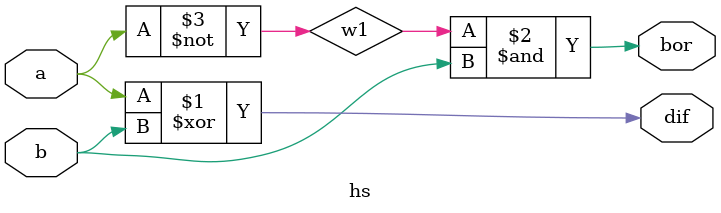
<source format=v>
module hs(dif,bor,a,b);
output dif,bor;
input a,b;
wire w1;

xor(dif,a,b);
not(w1,a);
and(bor,w1,b);

endmodule

</source>
